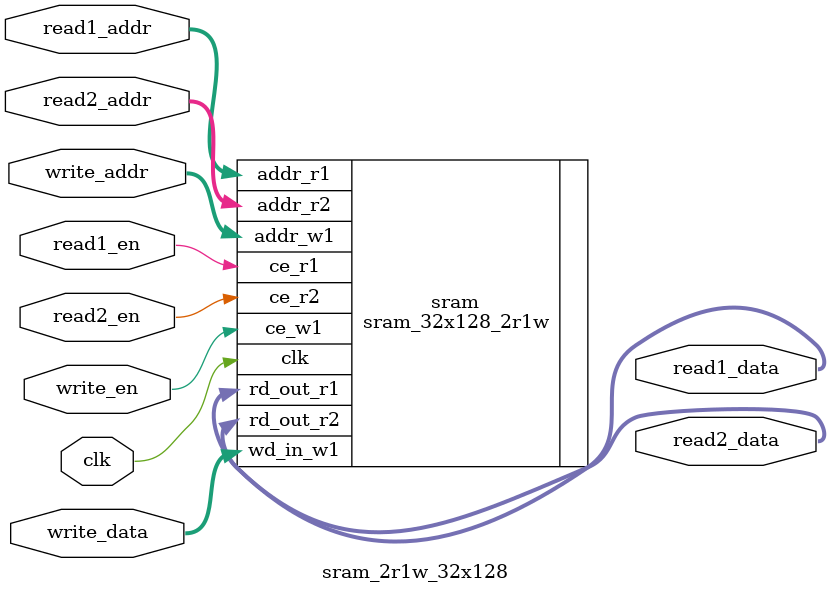
<source format=v>
module sram_1r1w_1x256 (
	clk,
	read_en,
	read_addr,
	read_data,
	write_en,
	write_addr,
	write_data
);
	parameter DATA_WIDTH = 1;
	parameter SIZE = 256;
	parameter READ_DURING_WRITE = "NEW_DATA";
	parameter ADDR_WIDTH = $clog2(SIZE);
	input clk;
	input read_en;
	input [ADDR_WIDTH - 1:0] read_addr;
	output reg [DATA_WIDTH - 1:0] read_data;
	input write_en;
	input [ADDR_WIDTH - 1:0] write_addr;
	input [DATA_WIDTH - 1:0] write_data;
	sram_1x256_1r1w sram (
		.r0_clk       (clk),
		.w0_clk       (clk),
		.r0_rd_out (read_data),
		.r0_addr_in   (read_addr),
		.w0_addr_in   (write_addr),
		.w0_we_in  (write_en),
		.w0_wd_in  (write_data),
   		.r0_ce_in 	   (1'b1),
   		.w0_ce_in	   (1'b1)
	);
endmodule
module sram_1r1w_18x256 (
	clk,
	read_en,
	read_addr,
	read_data,
	write_en,
	write_addr,
	write_data
);
	parameter DATA_WIDTH = 18;
	parameter SIZE = 256;
	parameter READ_DURING_WRITE = "NEW_DATA";
	parameter ADDR_WIDTH = $clog2(SIZE);
	input clk;
	input read_en;
	input [ADDR_WIDTH - 1:0] read_addr;
	output reg [DATA_WIDTH - 1:0] read_data;
	input write_en;
	input [ADDR_WIDTH - 1:0] write_addr;
	input [DATA_WIDTH - 1:0] write_data;
	sram_18x256_1r1w sram (
		.r0_clk       (clk),
		.w0_clk       (clk),
		.r0_rd_out (read_data),
		.r0_addr_in   (read_addr),
		.w0_addr_in   (write_addr),
		.w0_we_in  (write_en),
		.w0_wd_in  (write_data),
   		.r0_ce_in 	   (1'b1),
   		.w0_ce_in	   (1'b1)
	);
endmodule
module sram_1r1w_16x52 (
	clk,
	read_en,
	read_addr,
	read_data,
	write_en,
	write_addr,
	write_data
);
	parameter DATA_WIDTH = 16;
	parameter SIZE = 52;
	parameter READ_DURING_WRITE = "NEW_DATA";
	parameter ADDR_WIDTH = $clog2(SIZE);
	input clk;
	input read_en;
	input [ADDR_WIDTH - 1:0] read_addr;
	output reg [DATA_WIDTH - 1:0] read_data;
	input write_en;
	input [ADDR_WIDTH - 1:0] write_addr;
	input [DATA_WIDTH - 1:0] write_data;
	sram_16x52_1r1w sram (
		.clk       (clk),
		.rd_out_r1 (read_data),
		.addr_r1   (read_addr),
		.addr_w1   (write_addr),
		.we_in_w1  (write_en),
		.wd_in_w1  (write_data),
   		.ce_r1 	   (1'b1),
   		.ce_w1	   (1'b1)
	);
endmodule
module sram_1r1w_20x64 (
	clk,
	read_en,
	read_addr,
	read_data,
	write_en,
	write_addr,
	write_data
);
	parameter DATA_WIDTH = 20;
	parameter SIZE = 64;
	parameter READ_DURING_WRITE = "NEW_DATA";
	parameter ADDR_WIDTH = $clog2(SIZE);
	input clk;
	input read_en;
	input [ADDR_WIDTH - 1:0] read_addr;
	output reg [DATA_WIDTH - 1:0] read_data;
	input write_en;
	input [ADDR_WIDTH - 1:0] write_addr;
	input [DATA_WIDTH - 1:0] write_data;
	sram_20x64_1r1w sram (
		.clk       (clk),
		.rd_out_r1 (read_data),
		.addr_r1   (read_addr),
		.addr_w1   (write_addr),
		.we_in_w1  (write_en),
		.wd_in_w1  (write_data),
   		.ce_r1 	   (1'b1),
   		.ce_w1	   (1'b1)
	);
endmodule
module sram_1r1w_512x256 (
	clk,
	read_en,
	read_addr,
	read_data,
	write_en,
	write_addr,
	write_data
);
	parameter DATA_WIDTH = 512;
	parameter SIZE = 256;
	parameter READ_DURING_WRITE = "NEW_DATA";
	parameter ADDR_WIDTH = $clog2(SIZE);
	input clk;
	input read_en;
	input [ADDR_WIDTH - 1:0] read_addr;
	output reg [DATA_WIDTH - 1:0] read_data;
	input write_en;
	input [ADDR_WIDTH - 1:0] write_addr;
	input [DATA_WIDTH - 1:0] write_data;
	sram_512x256_1r1w sram (
		.clk       (clk),
		.rd_out_r1 (read_data),
		.addr_r1   (read_addr),
		.addr_w1   (write_addr),
		.we_in_w1  (write_en),
		.wd_in_w1  (write_data),
   		.ce_r1 	   (1'b1),
   		.ce_w1	   (1'b1)
	);
endmodule
module sram_1r1w_3x1 (
	clk,
	read_en,
	read_addr,
	read_data,
	write_en,
	write_addr,
	write_data
);
	parameter DATA_WIDTH = 3;
	parameter SIZE = 64;
	parameter READ_DURING_WRITE = "NEW_DATA";
	parameter ADDR_WIDTH = $clog2(SIZE);
	input clk;
	input read_en;
	input [ADDR_WIDTH - 1:0] read_addr;
	output reg [DATA_WIDTH - 1:0] read_data;
	input write_en;
	input [ADDR_WIDTH - 1:0] write_addr;
	input [DATA_WIDTH - 1:0] write_data;
	sram_3x1_1r1w sram (
		.clk       (clk),
		.rd_out_r1 (read_data),
		.addr_r1   (read_addr),
		.addr_w1   (write_addr),
		.we_in_w1  (write_en),
		.wd_in_w1  (write_data),
   		.ce_r1 	   (1'b1),
   		.ce_w1	   (1'b1)
	);
endmodule
module sram_1r1w_512x1024 (
	clk,
	read_en,
	read_addr,
	read_data,
	write_en,
	write_addr,
	write_data
);
	parameter DATA_WIDTH = 512;
	parameter SIZE = 1024;
	parameter READ_DURING_WRITE = "NEW_DATA";
	parameter ADDR_WIDTH = $clog2(SIZE);
	input clk;
	input read_en;
	input [ADDR_WIDTH - 1:0] read_addr;
	output reg [DATA_WIDTH - 1:0] read_data;
	input write_en;
	input [ADDR_WIDTH - 1:0] write_addr;
	input [DATA_WIDTH - 1:0] write_data;
	sram_512x1024_1r1w sram (
		.clk       (clk),
		.rd_out_r1 (read_data),
		.addr_r1   (read_addr),
		.addr_w1   (write_addr),
		.we_in_w1  (write_en),
		.wd_in_w1  (write_data),
   		.ce_r1 	   (1'b1),
   		.ce_w1	   (1'b1)
	);
endmodule
module sram_1r1w_512x2048 (
	clk,
	read_en,
	read_addr,
	read_data,
	write_en,
	write_addr,
	write_data
);
	parameter DATA_WIDTH = 512;
	parameter SIZE = 2048;
	parameter READ_DURING_WRITE = "NEW_DATA";
	parameter ADDR_WIDTH = $clog2(SIZE);
	input clk;
	input read_en;
	input [ADDR_WIDTH - 1:0] read_addr;
	output reg [DATA_WIDTH - 1:0] read_data;
	input write_en;
	input [ADDR_WIDTH - 1:0] write_addr;
	input [DATA_WIDTH - 1:0] write_data;
	sram_512x2048_1r1w sram (
		.clk       (clk),
		.rd_out_r1 (read_data),
		.addr_r1   (read_addr),
		.addr_w1   (write_addr),
		.we_in_w1  (write_en),
		.wd_in_w1  (write_data),
   		.ce_r1 	   (1'b1),
   		.ce_w1	   (1'b1)
	);
endmodule
module sram_2r1w_20x64 (
	clk,
	read1_en,
	read1_addr,
	read1_data,
	read2_en,
	read2_addr,
	read2_data,
	write_en,
	write_addr,
	write_data
);
	parameter DATA_WIDTH = 20;
	parameter SIZE = 64;
	parameter READ_DURING_WRITE = "NEW_DATA";
	parameter ADDR_WIDTH = $clog2(SIZE);
	input clk;
	input read1_en;
	input [ADDR_WIDTH - 1:0] read1_addr;
	output reg [DATA_WIDTH - 1:0] read1_data;
	input read2_en;
	input [ADDR_WIDTH - 1:0] read2_addr;
	output reg [DATA_WIDTH - 1:0] read2_data;
	input write_en;
	input [ADDR_WIDTH - 1:0] write_addr;
	input [DATA_WIDTH - 1:0] write_data;
	sram_20x64_2r1w sram (
		.clk        (clk),
		.ce_r1      (read1_en),
		.addr_r1    (read1_addr),
		.rd_out_r1  (read1_data),
		.ce_r2      (read2_en),
		.addr_r2    (read2_addr),
		.rd_out_r2  (read2_data),
		.ce_w1      (write_en),
		.addr_w1    (write_addr),
		.wd_in_w1   (write_data)
	);
endmodule
module sram_2r1w_32x128 (
	clk,
	read1_en,
	read1_addr,
	read1_data,
	read2_en,
	read2_addr,
	read2_data,
	write_en,
	write_addr,
	write_data
);
	parameter DATA_WIDTH = 32;
	parameter SIZE = 128;
	parameter READ_DURING_WRITE = "NEW_DATA";
	parameter ADDR_WIDTH = $clog2(SIZE);
	input clk;
	input read1_en;
	input [ADDR_WIDTH - 1:0] read1_addr;
	output reg [DATA_WIDTH - 1:0] read1_data;
	input read2_en;
	input [ADDR_WIDTH - 1:0] read2_addr;
	output reg [DATA_WIDTH - 1:0] read2_data;
	input write_en;
	input [ADDR_WIDTH - 1:0] write_addr;
	input [DATA_WIDTH - 1:0] write_data;
	sram_32x128_2r1w sram (
		.clk        (clk),
		.ce_r1      (read1_en),
		.addr_r1    (read1_addr),
		.rd_out_r1  (read1_data),
		.ce_r2      (read2_en),
		.addr_r2    (read2_addr),
		.rd_out_r2  (read2_data),
		.ce_w1      (write_en),
		.addr_w1    (write_addr),
		.wd_in_w1   (write_data)
	);
endmodule
</source>
